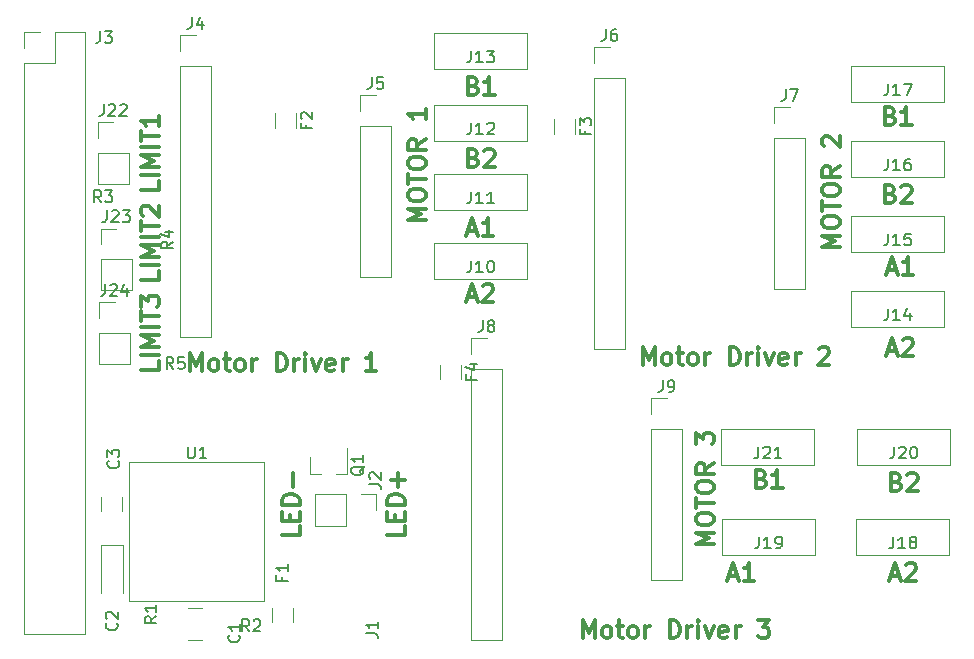
<source format=gbr>
%TF.GenerationSoftware,KiCad,Pcbnew,(5.1.6)-1*%
%TF.CreationDate,2021-04-06T11:23:56-04:00*%
%TF.ProjectId,Lithgow_DetailDesign,4c697468-676f-4775-9f44-657461696c44,2.1*%
%TF.SameCoordinates,Original*%
%TF.FileFunction,Legend,Top*%
%TF.FilePolarity,Positive*%
%FSLAX46Y46*%
G04 Gerber Fmt 4.6, Leading zero omitted, Abs format (unit mm)*
G04 Created by KiCad (PCBNEW (5.1.6)-1) date 2021-04-06 11:23:56*
%MOMM*%
%LPD*%
G01*
G04 APERTURE LIST*
%ADD10C,0.300000*%
%ADD11C,0.120000*%
%ADD12C,0.150000*%
G04 APERTURE END LIST*
D10*
X204160571Y-120900000D02*
X204874857Y-120900000D01*
X204017714Y-121328571D02*
X204517714Y-119828571D01*
X205017714Y-121328571D01*
X205446285Y-119971428D02*
X205517714Y-119900000D01*
X205660571Y-119828571D01*
X206017714Y-119828571D01*
X206160571Y-119900000D01*
X206232000Y-119971428D01*
X206303428Y-120114285D01*
X206303428Y-120257142D01*
X206232000Y-120471428D01*
X205374857Y-121328571D01*
X206303428Y-121328571D01*
X203906571Y-101850000D02*
X204620857Y-101850000D01*
X203763714Y-102278571D02*
X204263714Y-100778571D01*
X204763714Y-102278571D01*
X205192285Y-100921428D02*
X205263714Y-100850000D01*
X205406571Y-100778571D01*
X205763714Y-100778571D01*
X205906571Y-100850000D01*
X205978000Y-100921428D01*
X206049428Y-101064285D01*
X206049428Y-101207142D01*
X205978000Y-101421428D01*
X205120857Y-102278571D01*
X206049428Y-102278571D01*
X190444571Y-120900000D02*
X191158857Y-120900000D01*
X190301714Y-121328571D02*
X190801714Y-119828571D01*
X191301714Y-121328571D01*
X192587428Y-121328571D02*
X191730285Y-121328571D01*
X192158857Y-121328571D02*
X192158857Y-119828571D01*
X192016000Y-120042857D01*
X191873142Y-120185714D01*
X191730285Y-120257142D01*
X203906571Y-94992000D02*
X204620857Y-94992000D01*
X203763714Y-95420571D02*
X204263714Y-93920571D01*
X204763714Y-95420571D01*
X206049428Y-95420571D02*
X205192285Y-95420571D01*
X205620857Y-95420571D02*
X205620857Y-93920571D01*
X205478000Y-94134857D01*
X205335142Y-94277714D01*
X205192285Y-94349142D01*
X204624857Y-112922857D02*
X204839142Y-112994285D01*
X204910571Y-113065714D01*
X204982000Y-113208571D01*
X204982000Y-113422857D01*
X204910571Y-113565714D01*
X204839142Y-113637142D01*
X204696285Y-113708571D01*
X204124857Y-113708571D01*
X204124857Y-112208571D01*
X204624857Y-112208571D01*
X204767714Y-112280000D01*
X204839142Y-112351428D01*
X204910571Y-112494285D01*
X204910571Y-112637142D01*
X204839142Y-112780000D01*
X204767714Y-112851428D01*
X204624857Y-112922857D01*
X204124857Y-112922857D01*
X205553428Y-112351428D02*
X205624857Y-112280000D01*
X205767714Y-112208571D01*
X206124857Y-112208571D01*
X206267714Y-112280000D01*
X206339142Y-112351428D01*
X206410571Y-112494285D01*
X206410571Y-112637142D01*
X206339142Y-112851428D01*
X205482000Y-113708571D01*
X206410571Y-113708571D01*
X204116857Y-88538857D02*
X204331142Y-88610285D01*
X204402571Y-88681714D01*
X204474000Y-88824571D01*
X204474000Y-89038857D01*
X204402571Y-89181714D01*
X204331142Y-89253142D01*
X204188285Y-89324571D01*
X203616857Y-89324571D01*
X203616857Y-87824571D01*
X204116857Y-87824571D01*
X204259714Y-87896000D01*
X204331142Y-87967428D01*
X204402571Y-88110285D01*
X204402571Y-88253142D01*
X204331142Y-88396000D01*
X204259714Y-88467428D01*
X204116857Y-88538857D01*
X203616857Y-88538857D01*
X205045428Y-87967428D02*
X205116857Y-87896000D01*
X205259714Y-87824571D01*
X205616857Y-87824571D01*
X205759714Y-87896000D01*
X205831142Y-87967428D01*
X205902571Y-88110285D01*
X205902571Y-88253142D01*
X205831142Y-88467428D01*
X204974000Y-89324571D01*
X205902571Y-89324571D01*
X193194857Y-112668857D02*
X193409142Y-112740285D01*
X193480571Y-112811714D01*
X193552000Y-112954571D01*
X193552000Y-113168857D01*
X193480571Y-113311714D01*
X193409142Y-113383142D01*
X193266285Y-113454571D01*
X192694857Y-113454571D01*
X192694857Y-111954571D01*
X193194857Y-111954571D01*
X193337714Y-112026000D01*
X193409142Y-112097428D01*
X193480571Y-112240285D01*
X193480571Y-112383142D01*
X193409142Y-112526000D01*
X193337714Y-112597428D01*
X193194857Y-112668857D01*
X192694857Y-112668857D01*
X194980571Y-113454571D02*
X194123428Y-113454571D01*
X194552000Y-113454571D02*
X194552000Y-111954571D01*
X194409142Y-112168857D01*
X194266285Y-112311714D01*
X194123428Y-112383142D01*
X204116857Y-81934857D02*
X204331142Y-82006285D01*
X204402571Y-82077714D01*
X204474000Y-82220571D01*
X204474000Y-82434857D01*
X204402571Y-82577714D01*
X204331142Y-82649142D01*
X204188285Y-82720571D01*
X203616857Y-82720571D01*
X203616857Y-81220571D01*
X204116857Y-81220571D01*
X204259714Y-81292000D01*
X204331142Y-81363428D01*
X204402571Y-81506285D01*
X204402571Y-81649142D01*
X204331142Y-81792000D01*
X204259714Y-81863428D01*
X204116857Y-81934857D01*
X203616857Y-81934857D01*
X205902571Y-82720571D02*
X205045428Y-82720571D01*
X205474000Y-82720571D02*
X205474000Y-81220571D01*
X205331142Y-81434857D01*
X205188285Y-81577714D01*
X205045428Y-81649142D01*
X168346571Y-97278000D02*
X169060857Y-97278000D01*
X168203714Y-97706571D02*
X168703714Y-96206571D01*
X169203714Y-97706571D01*
X169632285Y-96349428D02*
X169703714Y-96278000D01*
X169846571Y-96206571D01*
X170203714Y-96206571D01*
X170346571Y-96278000D01*
X170418000Y-96349428D01*
X170489428Y-96492285D01*
X170489428Y-96635142D01*
X170418000Y-96849428D01*
X169560857Y-97706571D01*
X170489428Y-97706571D01*
X168346571Y-91690000D02*
X169060857Y-91690000D01*
X168203714Y-92118571D02*
X168703714Y-90618571D01*
X169203714Y-92118571D01*
X170489428Y-92118571D02*
X169632285Y-92118571D01*
X170060857Y-92118571D02*
X170060857Y-90618571D01*
X169918000Y-90832857D01*
X169775142Y-90975714D01*
X169632285Y-91047142D01*
X168810857Y-85490857D02*
X169025142Y-85562285D01*
X169096571Y-85633714D01*
X169168000Y-85776571D01*
X169168000Y-85990857D01*
X169096571Y-86133714D01*
X169025142Y-86205142D01*
X168882285Y-86276571D01*
X168310857Y-86276571D01*
X168310857Y-84776571D01*
X168810857Y-84776571D01*
X168953714Y-84848000D01*
X169025142Y-84919428D01*
X169096571Y-85062285D01*
X169096571Y-85205142D01*
X169025142Y-85348000D01*
X168953714Y-85419428D01*
X168810857Y-85490857D01*
X168310857Y-85490857D01*
X169739428Y-84919428D02*
X169810857Y-84848000D01*
X169953714Y-84776571D01*
X170310857Y-84776571D01*
X170453714Y-84848000D01*
X170525142Y-84919428D01*
X170596571Y-85062285D01*
X170596571Y-85205142D01*
X170525142Y-85419428D01*
X169668000Y-86276571D01*
X170596571Y-86276571D01*
X168810857Y-79394857D02*
X169025142Y-79466285D01*
X169096571Y-79537714D01*
X169168000Y-79680571D01*
X169168000Y-79894857D01*
X169096571Y-80037714D01*
X169025142Y-80109142D01*
X168882285Y-80180571D01*
X168310857Y-80180571D01*
X168310857Y-78680571D01*
X168810857Y-78680571D01*
X168953714Y-78752000D01*
X169025142Y-78823428D01*
X169096571Y-78966285D01*
X169096571Y-79109142D01*
X169025142Y-79252000D01*
X168953714Y-79323428D01*
X168810857Y-79394857D01*
X168310857Y-79394857D01*
X170596571Y-80180571D02*
X169739428Y-80180571D01*
X170168000Y-80180571D02*
X170168000Y-78680571D01*
X170025142Y-78894857D01*
X169882285Y-79037714D01*
X169739428Y-79109142D01*
X199814571Y-93070571D02*
X198314571Y-93070571D01*
X199386000Y-92570571D01*
X198314571Y-92070571D01*
X199814571Y-92070571D01*
X198314571Y-91070571D02*
X198314571Y-90784857D01*
X198386000Y-90642000D01*
X198528857Y-90499142D01*
X198814571Y-90427714D01*
X199314571Y-90427714D01*
X199600285Y-90499142D01*
X199743142Y-90642000D01*
X199814571Y-90784857D01*
X199814571Y-91070571D01*
X199743142Y-91213428D01*
X199600285Y-91356285D01*
X199314571Y-91427714D01*
X198814571Y-91427714D01*
X198528857Y-91356285D01*
X198386000Y-91213428D01*
X198314571Y-91070571D01*
X198314571Y-89999142D02*
X198314571Y-89142000D01*
X199814571Y-89570571D02*
X198314571Y-89570571D01*
X198314571Y-88356285D02*
X198314571Y-88070571D01*
X198386000Y-87927714D01*
X198528857Y-87784857D01*
X198814571Y-87713428D01*
X199314571Y-87713428D01*
X199600285Y-87784857D01*
X199743142Y-87927714D01*
X199814571Y-88070571D01*
X199814571Y-88356285D01*
X199743142Y-88499142D01*
X199600285Y-88642000D01*
X199314571Y-88713428D01*
X198814571Y-88713428D01*
X198528857Y-88642000D01*
X198386000Y-88499142D01*
X198314571Y-88356285D01*
X199814571Y-86213428D02*
X199100285Y-86713428D01*
X199814571Y-87070571D02*
X198314571Y-87070571D01*
X198314571Y-86499142D01*
X198386000Y-86356285D01*
X198457428Y-86284857D01*
X198600285Y-86213428D01*
X198814571Y-86213428D01*
X198957428Y-86284857D01*
X199028857Y-86356285D01*
X199100285Y-86499142D01*
X199100285Y-87070571D01*
X198457428Y-84499142D02*
X198386000Y-84427714D01*
X198314571Y-84284857D01*
X198314571Y-83927714D01*
X198386000Y-83784857D01*
X198457428Y-83713428D01*
X198600285Y-83642000D01*
X198743142Y-83642000D01*
X198957428Y-83713428D01*
X199814571Y-84570571D01*
X199814571Y-83642000D01*
X189146571Y-118216571D02*
X187646571Y-118216571D01*
X188718000Y-117716571D01*
X187646571Y-117216571D01*
X189146571Y-117216571D01*
X187646571Y-116216571D02*
X187646571Y-115930857D01*
X187718000Y-115788000D01*
X187860857Y-115645142D01*
X188146571Y-115573714D01*
X188646571Y-115573714D01*
X188932285Y-115645142D01*
X189075142Y-115788000D01*
X189146571Y-115930857D01*
X189146571Y-116216571D01*
X189075142Y-116359428D01*
X188932285Y-116502285D01*
X188646571Y-116573714D01*
X188146571Y-116573714D01*
X187860857Y-116502285D01*
X187718000Y-116359428D01*
X187646571Y-116216571D01*
X187646571Y-115145142D02*
X187646571Y-114288000D01*
X189146571Y-114716571D02*
X187646571Y-114716571D01*
X187646571Y-113502285D02*
X187646571Y-113216571D01*
X187718000Y-113073714D01*
X187860857Y-112930857D01*
X188146571Y-112859428D01*
X188646571Y-112859428D01*
X188932285Y-112930857D01*
X189075142Y-113073714D01*
X189146571Y-113216571D01*
X189146571Y-113502285D01*
X189075142Y-113645142D01*
X188932285Y-113788000D01*
X188646571Y-113859428D01*
X188146571Y-113859428D01*
X187860857Y-113788000D01*
X187718000Y-113645142D01*
X187646571Y-113502285D01*
X189146571Y-111359428D02*
X188432285Y-111859428D01*
X189146571Y-112216571D02*
X187646571Y-112216571D01*
X187646571Y-111645142D01*
X187718000Y-111502285D01*
X187789428Y-111430857D01*
X187932285Y-111359428D01*
X188146571Y-111359428D01*
X188289428Y-111430857D01*
X188360857Y-111502285D01*
X188432285Y-111645142D01*
X188432285Y-112216571D01*
X187646571Y-109716571D02*
X187646571Y-108788000D01*
X188218000Y-109288000D01*
X188218000Y-109073714D01*
X188289428Y-108930857D01*
X188360857Y-108859428D01*
X188503714Y-108788000D01*
X188860857Y-108788000D01*
X189003714Y-108859428D01*
X189075142Y-108930857D01*
X189146571Y-109073714D01*
X189146571Y-109502285D01*
X189075142Y-109645142D01*
X189003714Y-109716571D01*
X164762571Y-90784571D02*
X163262571Y-90784571D01*
X164334000Y-90284571D01*
X163262571Y-89784571D01*
X164762571Y-89784571D01*
X163262571Y-88784571D02*
X163262571Y-88498857D01*
X163334000Y-88356000D01*
X163476857Y-88213142D01*
X163762571Y-88141714D01*
X164262571Y-88141714D01*
X164548285Y-88213142D01*
X164691142Y-88356000D01*
X164762571Y-88498857D01*
X164762571Y-88784571D01*
X164691142Y-88927428D01*
X164548285Y-89070285D01*
X164262571Y-89141714D01*
X163762571Y-89141714D01*
X163476857Y-89070285D01*
X163334000Y-88927428D01*
X163262571Y-88784571D01*
X163262571Y-87713142D02*
X163262571Y-86856000D01*
X164762571Y-87284571D02*
X163262571Y-87284571D01*
X163262571Y-86070285D02*
X163262571Y-85784571D01*
X163334000Y-85641714D01*
X163476857Y-85498857D01*
X163762571Y-85427428D01*
X164262571Y-85427428D01*
X164548285Y-85498857D01*
X164691142Y-85641714D01*
X164762571Y-85784571D01*
X164762571Y-86070285D01*
X164691142Y-86213142D01*
X164548285Y-86356000D01*
X164262571Y-86427428D01*
X163762571Y-86427428D01*
X163476857Y-86356000D01*
X163334000Y-86213142D01*
X163262571Y-86070285D01*
X164762571Y-83927428D02*
X164048285Y-84427428D01*
X164762571Y-84784571D02*
X163262571Y-84784571D01*
X163262571Y-84213142D01*
X163334000Y-84070285D01*
X163405428Y-83998857D01*
X163548285Y-83927428D01*
X163762571Y-83927428D01*
X163905428Y-83998857D01*
X163976857Y-84070285D01*
X164048285Y-84213142D01*
X164048285Y-84784571D01*
X164762571Y-81356000D02*
X164762571Y-82213142D01*
X164762571Y-81784571D02*
X163262571Y-81784571D01*
X163476857Y-81927428D01*
X163619714Y-82070285D01*
X163691142Y-82213142D01*
X142156571Y-102722857D02*
X142156571Y-103437142D01*
X140656571Y-103437142D01*
X142156571Y-102222857D02*
X140656571Y-102222857D01*
X142156571Y-101508571D02*
X140656571Y-101508571D01*
X141728000Y-101008571D01*
X140656571Y-100508571D01*
X142156571Y-100508571D01*
X142156571Y-99794285D02*
X140656571Y-99794285D01*
X140656571Y-99294285D02*
X140656571Y-98437142D01*
X142156571Y-98865714D02*
X140656571Y-98865714D01*
X140656571Y-98080000D02*
X140656571Y-97151428D01*
X141228000Y-97651428D01*
X141228000Y-97437142D01*
X141299428Y-97294285D01*
X141370857Y-97222857D01*
X141513714Y-97151428D01*
X141870857Y-97151428D01*
X142013714Y-97222857D01*
X142085142Y-97294285D01*
X142156571Y-97437142D01*
X142156571Y-97865714D01*
X142085142Y-98008571D01*
X142013714Y-98080000D01*
X142156571Y-95102857D02*
X142156571Y-95817142D01*
X140656571Y-95817142D01*
X142156571Y-94602857D02*
X140656571Y-94602857D01*
X142156571Y-93888571D02*
X140656571Y-93888571D01*
X141728000Y-93388571D01*
X140656571Y-92888571D01*
X142156571Y-92888571D01*
X142156571Y-92174285D02*
X140656571Y-92174285D01*
X140656571Y-91674285D02*
X140656571Y-90817142D01*
X142156571Y-91245714D02*
X140656571Y-91245714D01*
X140799428Y-90388571D02*
X140728000Y-90317142D01*
X140656571Y-90174285D01*
X140656571Y-89817142D01*
X140728000Y-89674285D01*
X140799428Y-89602857D01*
X140942285Y-89531428D01*
X141085142Y-89531428D01*
X141299428Y-89602857D01*
X142156571Y-90460000D01*
X142156571Y-89531428D01*
X142156571Y-87482857D02*
X142156571Y-88197142D01*
X140656571Y-88197142D01*
X142156571Y-86982857D02*
X140656571Y-86982857D01*
X142156571Y-86268571D02*
X140656571Y-86268571D01*
X141728000Y-85768571D01*
X140656571Y-85268571D01*
X142156571Y-85268571D01*
X142156571Y-84554285D02*
X140656571Y-84554285D01*
X140656571Y-84054285D02*
X140656571Y-83197142D01*
X142156571Y-83625714D02*
X140656571Y-83625714D01*
X142156571Y-81911428D02*
X142156571Y-82768571D01*
X142156571Y-82340000D02*
X140656571Y-82340000D01*
X140870857Y-82482857D01*
X141013714Y-82625714D01*
X141085142Y-82768571D01*
X162984571Y-116700857D02*
X162984571Y-117415142D01*
X161484571Y-117415142D01*
X162198857Y-116200857D02*
X162198857Y-115700857D01*
X162984571Y-115486571D02*
X162984571Y-116200857D01*
X161484571Y-116200857D01*
X161484571Y-115486571D01*
X162984571Y-114843714D02*
X161484571Y-114843714D01*
X161484571Y-114486571D01*
X161556000Y-114272285D01*
X161698857Y-114129428D01*
X161841714Y-114058000D01*
X162127428Y-113986571D01*
X162341714Y-113986571D01*
X162627428Y-114058000D01*
X162770285Y-114129428D01*
X162913142Y-114272285D01*
X162984571Y-114486571D01*
X162984571Y-114843714D01*
X162413142Y-113343714D02*
X162413142Y-112200857D01*
X162984571Y-112772285D02*
X161841714Y-112772285D01*
X154094571Y-116700857D02*
X154094571Y-117415142D01*
X152594571Y-117415142D01*
X153308857Y-116200857D02*
X153308857Y-115700857D01*
X154094571Y-115486571D02*
X154094571Y-116200857D01*
X152594571Y-116200857D01*
X152594571Y-115486571D01*
X154094571Y-114843714D02*
X152594571Y-114843714D01*
X152594571Y-114486571D01*
X152666000Y-114272285D01*
X152808857Y-114129428D01*
X152951714Y-114058000D01*
X153237428Y-113986571D01*
X153451714Y-113986571D01*
X153737428Y-114058000D01*
X153880285Y-114129428D01*
X154023142Y-114272285D01*
X154094571Y-114486571D01*
X154094571Y-114843714D01*
X153523142Y-113343714D02*
X153523142Y-112200857D01*
X183150857Y-103040571D02*
X183150857Y-101540571D01*
X183650857Y-102612000D01*
X184150857Y-101540571D01*
X184150857Y-103040571D01*
X185079428Y-103040571D02*
X184936571Y-102969142D01*
X184865142Y-102897714D01*
X184793714Y-102754857D01*
X184793714Y-102326285D01*
X184865142Y-102183428D01*
X184936571Y-102112000D01*
X185079428Y-102040571D01*
X185293714Y-102040571D01*
X185436571Y-102112000D01*
X185508000Y-102183428D01*
X185579428Y-102326285D01*
X185579428Y-102754857D01*
X185508000Y-102897714D01*
X185436571Y-102969142D01*
X185293714Y-103040571D01*
X185079428Y-103040571D01*
X186008000Y-102040571D02*
X186579428Y-102040571D01*
X186222285Y-101540571D02*
X186222285Y-102826285D01*
X186293714Y-102969142D01*
X186436571Y-103040571D01*
X186579428Y-103040571D01*
X187293714Y-103040571D02*
X187150857Y-102969142D01*
X187079428Y-102897714D01*
X187008000Y-102754857D01*
X187008000Y-102326285D01*
X187079428Y-102183428D01*
X187150857Y-102112000D01*
X187293714Y-102040571D01*
X187508000Y-102040571D01*
X187650857Y-102112000D01*
X187722285Y-102183428D01*
X187793714Y-102326285D01*
X187793714Y-102754857D01*
X187722285Y-102897714D01*
X187650857Y-102969142D01*
X187508000Y-103040571D01*
X187293714Y-103040571D01*
X188436571Y-103040571D02*
X188436571Y-102040571D01*
X188436571Y-102326285D02*
X188508000Y-102183428D01*
X188579428Y-102112000D01*
X188722285Y-102040571D01*
X188865142Y-102040571D01*
X190508000Y-103040571D02*
X190508000Y-101540571D01*
X190865142Y-101540571D01*
X191079428Y-101612000D01*
X191222285Y-101754857D01*
X191293714Y-101897714D01*
X191365142Y-102183428D01*
X191365142Y-102397714D01*
X191293714Y-102683428D01*
X191222285Y-102826285D01*
X191079428Y-102969142D01*
X190865142Y-103040571D01*
X190508000Y-103040571D01*
X192008000Y-103040571D02*
X192008000Y-102040571D01*
X192008000Y-102326285D02*
X192079428Y-102183428D01*
X192150857Y-102112000D01*
X192293714Y-102040571D01*
X192436571Y-102040571D01*
X192936571Y-103040571D02*
X192936571Y-102040571D01*
X192936571Y-101540571D02*
X192865142Y-101612000D01*
X192936571Y-101683428D01*
X193008000Y-101612000D01*
X192936571Y-101540571D01*
X192936571Y-101683428D01*
X193508000Y-102040571D02*
X193865142Y-103040571D01*
X194222285Y-102040571D01*
X195365142Y-102969142D02*
X195222285Y-103040571D01*
X194936571Y-103040571D01*
X194793714Y-102969142D01*
X194722285Y-102826285D01*
X194722285Y-102254857D01*
X194793714Y-102112000D01*
X194936571Y-102040571D01*
X195222285Y-102040571D01*
X195365142Y-102112000D01*
X195436571Y-102254857D01*
X195436571Y-102397714D01*
X194722285Y-102540571D01*
X196079428Y-103040571D02*
X196079428Y-102040571D01*
X196079428Y-102326285D02*
X196150857Y-102183428D01*
X196222285Y-102112000D01*
X196365142Y-102040571D01*
X196508000Y-102040571D01*
X198079428Y-101683428D02*
X198150857Y-101612000D01*
X198293714Y-101540571D01*
X198650857Y-101540571D01*
X198793714Y-101612000D01*
X198865142Y-101683428D01*
X198936571Y-101826285D01*
X198936571Y-101969142D01*
X198865142Y-102183428D01*
X198008000Y-103040571D01*
X198936571Y-103040571D01*
X178070857Y-126154571D02*
X178070857Y-124654571D01*
X178570857Y-125726000D01*
X179070857Y-124654571D01*
X179070857Y-126154571D01*
X179999428Y-126154571D02*
X179856571Y-126083142D01*
X179785142Y-126011714D01*
X179713714Y-125868857D01*
X179713714Y-125440285D01*
X179785142Y-125297428D01*
X179856571Y-125226000D01*
X179999428Y-125154571D01*
X180213714Y-125154571D01*
X180356571Y-125226000D01*
X180428000Y-125297428D01*
X180499428Y-125440285D01*
X180499428Y-125868857D01*
X180428000Y-126011714D01*
X180356571Y-126083142D01*
X180213714Y-126154571D01*
X179999428Y-126154571D01*
X180928000Y-125154571D02*
X181499428Y-125154571D01*
X181142285Y-124654571D02*
X181142285Y-125940285D01*
X181213714Y-126083142D01*
X181356571Y-126154571D01*
X181499428Y-126154571D01*
X182213714Y-126154571D02*
X182070857Y-126083142D01*
X181999428Y-126011714D01*
X181928000Y-125868857D01*
X181928000Y-125440285D01*
X181999428Y-125297428D01*
X182070857Y-125226000D01*
X182213714Y-125154571D01*
X182428000Y-125154571D01*
X182570857Y-125226000D01*
X182642285Y-125297428D01*
X182713714Y-125440285D01*
X182713714Y-125868857D01*
X182642285Y-126011714D01*
X182570857Y-126083142D01*
X182428000Y-126154571D01*
X182213714Y-126154571D01*
X183356571Y-126154571D02*
X183356571Y-125154571D01*
X183356571Y-125440285D02*
X183428000Y-125297428D01*
X183499428Y-125226000D01*
X183642285Y-125154571D01*
X183785142Y-125154571D01*
X185428000Y-126154571D02*
X185428000Y-124654571D01*
X185785142Y-124654571D01*
X185999428Y-124726000D01*
X186142285Y-124868857D01*
X186213714Y-125011714D01*
X186285142Y-125297428D01*
X186285142Y-125511714D01*
X186213714Y-125797428D01*
X186142285Y-125940285D01*
X185999428Y-126083142D01*
X185785142Y-126154571D01*
X185428000Y-126154571D01*
X186928000Y-126154571D02*
X186928000Y-125154571D01*
X186928000Y-125440285D02*
X186999428Y-125297428D01*
X187070857Y-125226000D01*
X187213714Y-125154571D01*
X187356571Y-125154571D01*
X187856571Y-126154571D02*
X187856571Y-125154571D01*
X187856571Y-124654571D02*
X187785142Y-124726000D01*
X187856571Y-124797428D01*
X187928000Y-124726000D01*
X187856571Y-124654571D01*
X187856571Y-124797428D01*
X188428000Y-125154571D02*
X188785142Y-126154571D01*
X189142285Y-125154571D01*
X190285142Y-126083142D02*
X190142285Y-126154571D01*
X189856571Y-126154571D01*
X189713714Y-126083142D01*
X189642285Y-125940285D01*
X189642285Y-125368857D01*
X189713714Y-125226000D01*
X189856571Y-125154571D01*
X190142285Y-125154571D01*
X190285142Y-125226000D01*
X190356571Y-125368857D01*
X190356571Y-125511714D01*
X189642285Y-125654571D01*
X190999428Y-126154571D02*
X190999428Y-125154571D01*
X190999428Y-125440285D02*
X191070857Y-125297428D01*
X191142285Y-125226000D01*
X191285142Y-125154571D01*
X191428000Y-125154571D01*
X192928000Y-124654571D02*
X193856571Y-124654571D01*
X193356571Y-125226000D01*
X193570857Y-125226000D01*
X193713714Y-125297428D01*
X193785142Y-125368857D01*
X193856571Y-125511714D01*
X193856571Y-125868857D01*
X193785142Y-126011714D01*
X193713714Y-126083142D01*
X193570857Y-126154571D01*
X193142285Y-126154571D01*
X192999428Y-126083142D01*
X192928000Y-126011714D01*
X144796857Y-103548571D02*
X144796857Y-102048571D01*
X145296857Y-103120000D01*
X145796857Y-102048571D01*
X145796857Y-103548571D01*
X146725428Y-103548571D02*
X146582571Y-103477142D01*
X146511142Y-103405714D01*
X146439714Y-103262857D01*
X146439714Y-102834285D01*
X146511142Y-102691428D01*
X146582571Y-102620000D01*
X146725428Y-102548571D01*
X146939714Y-102548571D01*
X147082571Y-102620000D01*
X147154000Y-102691428D01*
X147225428Y-102834285D01*
X147225428Y-103262857D01*
X147154000Y-103405714D01*
X147082571Y-103477142D01*
X146939714Y-103548571D01*
X146725428Y-103548571D01*
X147654000Y-102548571D02*
X148225428Y-102548571D01*
X147868285Y-102048571D02*
X147868285Y-103334285D01*
X147939714Y-103477142D01*
X148082571Y-103548571D01*
X148225428Y-103548571D01*
X148939714Y-103548571D02*
X148796857Y-103477142D01*
X148725428Y-103405714D01*
X148654000Y-103262857D01*
X148654000Y-102834285D01*
X148725428Y-102691428D01*
X148796857Y-102620000D01*
X148939714Y-102548571D01*
X149154000Y-102548571D01*
X149296857Y-102620000D01*
X149368285Y-102691428D01*
X149439714Y-102834285D01*
X149439714Y-103262857D01*
X149368285Y-103405714D01*
X149296857Y-103477142D01*
X149154000Y-103548571D01*
X148939714Y-103548571D01*
X150082571Y-103548571D02*
X150082571Y-102548571D01*
X150082571Y-102834285D02*
X150154000Y-102691428D01*
X150225428Y-102620000D01*
X150368285Y-102548571D01*
X150511142Y-102548571D01*
X152154000Y-103548571D02*
X152154000Y-102048571D01*
X152511142Y-102048571D01*
X152725428Y-102120000D01*
X152868285Y-102262857D01*
X152939714Y-102405714D01*
X153011142Y-102691428D01*
X153011142Y-102905714D01*
X152939714Y-103191428D01*
X152868285Y-103334285D01*
X152725428Y-103477142D01*
X152511142Y-103548571D01*
X152154000Y-103548571D01*
X153654000Y-103548571D02*
X153654000Y-102548571D01*
X153654000Y-102834285D02*
X153725428Y-102691428D01*
X153796857Y-102620000D01*
X153939714Y-102548571D01*
X154082571Y-102548571D01*
X154582571Y-103548571D02*
X154582571Y-102548571D01*
X154582571Y-102048571D02*
X154511142Y-102120000D01*
X154582571Y-102191428D01*
X154654000Y-102120000D01*
X154582571Y-102048571D01*
X154582571Y-102191428D01*
X155154000Y-102548571D02*
X155511142Y-103548571D01*
X155868285Y-102548571D01*
X157011142Y-103477142D02*
X156868285Y-103548571D01*
X156582571Y-103548571D01*
X156439714Y-103477142D01*
X156368285Y-103334285D01*
X156368285Y-102762857D01*
X156439714Y-102620000D01*
X156582571Y-102548571D01*
X156868285Y-102548571D01*
X157011142Y-102620000D01*
X157082571Y-102762857D01*
X157082571Y-102905714D01*
X156368285Y-103048571D01*
X157725428Y-103548571D02*
X157725428Y-102548571D01*
X157725428Y-102834285D02*
X157796857Y-102691428D01*
X157868285Y-102620000D01*
X158011142Y-102548571D01*
X158154000Y-102548571D01*
X160582571Y-103548571D02*
X159725428Y-103548571D01*
X160154000Y-103548571D02*
X160154000Y-102048571D01*
X160011142Y-102262857D01*
X159868285Y-102405714D01*
X159725428Y-102477142D01*
D11*
%TO.C,J6*%
X179010000Y-76140000D02*
X180340000Y-76140000D01*
X179010000Y-77470000D02*
X179010000Y-76140000D01*
X179010000Y-78740000D02*
X181670000Y-78740000D01*
X181670000Y-78740000D02*
X181670000Y-101660000D01*
X179010000Y-78740000D02*
X179010000Y-101660000D01*
X179010000Y-101660000D02*
X181670000Y-101660000D01*
%TO.C,C2*%
X137241000Y-118235500D02*
X137241000Y-122320500D01*
X139111000Y-118235500D02*
X137241000Y-118235500D01*
X139111000Y-122320500D02*
X139111000Y-118235500D01*
%TO.C,F3*%
X175620000Y-82238436D02*
X175620000Y-83442564D01*
X177440000Y-82238436D02*
X177440000Y-83442564D01*
%TO.C,C1*%
X144649436Y-123608000D02*
X145853564Y-123608000D01*
X144649436Y-126328000D02*
X145853564Y-126328000D01*
%TO.C,C3*%
X139086000Y-115373564D02*
X139086000Y-114169436D01*
X137266000Y-115373564D02*
X137266000Y-114169436D01*
%TO.C,F1*%
X151744000Y-124771564D02*
X151744000Y-123567436D01*
X153564000Y-124771564D02*
X153564000Y-123567436D01*
%TO.C,F2*%
X153818000Y-81730436D02*
X153818000Y-82934564D01*
X151998000Y-81730436D02*
X151998000Y-82934564D01*
%TO.C,F4*%
X167788000Y-102993436D02*
X167788000Y-104197564D01*
X165968000Y-102993436D02*
X165968000Y-104197564D01*
%TO.C,J2*%
X160588000Y-113986000D02*
X160588000Y-115316000D01*
X159258000Y-113986000D02*
X160588000Y-113986000D01*
X157988000Y-113986000D02*
X157988000Y-116646000D01*
X157988000Y-116646000D02*
X155388000Y-116646000D01*
X157988000Y-113986000D02*
X155388000Y-113986000D01*
X155388000Y-113986000D02*
X155388000Y-116646000D01*
%TO.C,J3*%
X130750000Y-125790000D02*
X135950000Y-125790000D01*
X130750000Y-77470000D02*
X130750000Y-125790000D01*
X135950000Y-74870000D02*
X135950000Y-125790000D01*
X130750000Y-77470000D02*
X133350000Y-77470000D01*
X133350000Y-77470000D02*
X133350000Y-74870000D01*
X133350000Y-74870000D02*
X135950000Y-74870000D01*
X130750000Y-76200000D02*
X130750000Y-74870000D01*
X130750000Y-74870000D02*
X132080000Y-74870000D01*
%TO.C,J4*%
X143958000Y-100644000D02*
X146618000Y-100644000D01*
X143958000Y-77724000D02*
X143958000Y-100644000D01*
X146618000Y-77724000D02*
X146618000Y-100644000D01*
X143958000Y-77724000D02*
X146618000Y-77724000D01*
X143958000Y-76454000D02*
X143958000Y-75124000D01*
X143958000Y-75124000D02*
X145288000Y-75124000D01*
%TO.C,J5*%
X159198000Y-80204000D02*
X160528000Y-80204000D01*
X159198000Y-81534000D02*
X159198000Y-80204000D01*
X159198000Y-82804000D02*
X161858000Y-82804000D01*
X161858000Y-82804000D02*
X161858000Y-95564000D01*
X159198000Y-82804000D02*
X159198000Y-95564000D01*
X159198000Y-95564000D02*
X161858000Y-95564000D01*
%TO.C,J7*%
X194250000Y-96580000D02*
X196910000Y-96580000D01*
X194250000Y-83820000D02*
X194250000Y-96580000D01*
X196910000Y-83820000D02*
X196910000Y-96580000D01*
X194250000Y-83820000D02*
X196910000Y-83820000D01*
X194250000Y-82550000D02*
X194250000Y-81220000D01*
X194250000Y-81220000D02*
X195580000Y-81220000D01*
%TO.C,J8*%
X168596000Y-126298000D02*
X171256000Y-126298000D01*
X168596000Y-103378000D02*
X168596000Y-126298000D01*
X171256000Y-103378000D02*
X171256000Y-126298000D01*
X168596000Y-103378000D02*
X171256000Y-103378000D01*
X168596000Y-102108000D02*
X168596000Y-100778000D01*
X168596000Y-100778000D02*
X169926000Y-100778000D01*
%TO.C,J9*%
X183836000Y-105858000D02*
X185166000Y-105858000D01*
X183836000Y-107188000D02*
X183836000Y-105858000D01*
X183836000Y-108458000D02*
X186496000Y-108458000D01*
X186496000Y-108458000D02*
X186496000Y-121218000D01*
X183836000Y-108458000D02*
X183836000Y-121218000D01*
X183836000Y-121218000D02*
X186496000Y-121218000D01*
%TO.C,J10*%
X165481000Y-92710000D02*
X165481000Y-95758000D01*
X173355000Y-92710000D02*
X173355000Y-95758000D01*
X165481000Y-95758000D02*
X173355000Y-95758000D01*
X173355000Y-92710000D02*
X165481000Y-92710000D01*
%TO.C,J11*%
X173355000Y-86868000D02*
X165481000Y-86868000D01*
X165481000Y-89916000D02*
X173355000Y-89916000D01*
X173355000Y-86868000D02*
X173355000Y-89916000D01*
X165481000Y-86868000D02*
X165481000Y-89916000D01*
%TO.C,J12*%
X173355000Y-81026000D02*
X165481000Y-81026000D01*
X165481000Y-84074000D02*
X173355000Y-84074000D01*
X173355000Y-81026000D02*
X173355000Y-84074000D01*
X165481000Y-81026000D02*
X165481000Y-84074000D01*
%TO.C,J13*%
X165481000Y-74930000D02*
X165481000Y-77978000D01*
X173355000Y-74930000D02*
X173355000Y-77978000D01*
X165481000Y-77978000D02*
X173355000Y-77978000D01*
X173355000Y-74930000D02*
X165481000Y-74930000D01*
%TO.C,J14*%
X200787000Y-96774000D02*
X200787000Y-99822000D01*
X208661000Y-96774000D02*
X208661000Y-99822000D01*
X200787000Y-99822000D02*
X208661000Y-99822000D01*
X208661000Y-96774000D02*
X200787000Y-96774000D01*
%TO.C,J15*%
X208661000Y-90424000D02*
X200787000Y-90424000D01*
X200787000Y-93472000D02*
X208661000Y-93472000D01*
X208661000Y-90424000D02*
X208661000Y-93472000D01*
X200787000Y-90424000D02*
X200787000Y-93472000D01*
%TO.C,J16*%
X200787000Y-84074000D02*
X200787000Y-87122000D01*
X208661000Y-84074000D02*
X208661000Y-87122000D01*
X200787000Y-87122000D02*
X208661000Y-87122000D01*
X208661000Y-84074000D02*
X200787000Y-84074000D01*
%TO.C,J17*%
X208661000Y-77724000D02*
X200787000Y-77724000D01*
X200787000Y-80772000D02*
X208661000Y-80772000D01*
X208661000Y-77724000D02*
X208661000Y-80772000D01*
X200787000Y-77724000D02*
X200787000Y-80772000D01*
%TO.C,J18*%
X201231000Y-116078000D02*
X201231000Y-119126000D01*
X209105000Y-116078000D02*
X209105000Y-119126000D01*
X201231000Y-119126000D02*
X209105000Y-119126000D01*
X209105000Y-116078000D02*
X201231000Y-116078000D01*
%TO.C,J19*%
X197739000Y-116078000D02*
X189865000Y-116078000D01*
X189865000Y-119126000D02*
X197739000Y-119126000D01*
X197739000Y-116078000D02*
X197739000Y-119126000D01*
X189865000Y-116078000D02*
X189865000Y-119126000D01*
%TO.C,J20*%
X201295000Y-108458000D02*
X201295000Y-111506000D01*
X209169000Y-108458000D02*
X209169000Y-111506000D01*
X201295000Y-111506000D02*
X209169000Y-111506000D01*
X209169000Y-108458000D02*
X201295000Y-108458000D01*
%TO.C,J21*%
X197675000Y-108458000D02*
X189801000Y-108458000D01*
X189801000Y-111506000D02*
X197675000Y-111506000D01*
X197675000Y-108458000D02*
X197675000Y-111506000D01*
X189801000Y-108458000D02*
X189801000Y-111506000D01*
%TO.C,J22*%
X136981001Y-87690000D02*
X139641001Y-87690000D01*
X136981001Y-85090000D02*
X136981001Y-87690000D01*
X139641001Y-85090000D02*
X139641001Y-87690000D01*
X136981001Y-85090000D02*
X139641001Y-85090000D01*
X136981001Y-83820000D02*
X136981001Y-82490000D01*
X136981001Y-82490000D02*
X138311001Y-82490000D01*
%TO.C,J23*%
X137252400Y-96681600D02*
X139912400Y-96681600D01*
X137252400Y-94081600D02*
X137252400Y-96681600D01*
X139912400Y-94081600D02*
X139912400Y-96681600D01*
X137252400Y-94081600D02*
X139912400Y-94081600D01*
X137252400Y-92811600D02*
X137252400Y-91481600D01*
X137252400Y-91481600D02*
X138582400Y-91481600D01*
%TO.C,J24*%
X137100000Y-97730000D02*
X138430000Y-97730000D01*
X137100000Y-99060000D02*
X137100000Y-97730000D01*
X137100000Y-100330000D02*
X139760000Y-100330000D01*
X139760000Y-100330000D02*
X139760000Y-102930000D01*
X137100000Y-100330000D02*
X137100000Y-102930000D01*
X137100000Y-102930000D02*
X139760000Y-102930000D01*
%TO.C,Q1*%
X154950000Y-112250000D02*
X154950000Y-110790000D01*
X158110000Y-112250000D02*
X158110000Y-110090000D01*
X158110000Y-112250000D02*
X157180000Y-112250000D01*
X154950000Y-112250000D02*
X155880000Y-112250000D01*
%TO.C,U1*%
X139674600Y-111201200D02*
X151104600Y-111201200D01*
X151104600Y-111201200D02*
X151104600Y-122986800D01*
X151104600Y-122986800D02*
X139674600Y-122986800D01*
X139674600Y-111201200D02*
X139674600Y-122986800D01*
%TO.C,R5*%
D12*
X143409333Y-103356380D02*
X143076000Y-102880190D01*
X142837904Y-103356380D02*
X142837904Y-102356380D01*
X143218857Y-102356380D01*
X143314095Y-102404000D01*
X143361714Y-102451619D01*
X143409333Y-102546857D01*
X143409333Y-102689714D01*
X143361714Y-102784952D01*
X143314095Y-102832571D01*
X143218857Y-102880190D01*
X142837904Y-102880190D01*
X144314095Y-102356380D02*
X143837904Y-102356380D01*
X143790285Y-102832571D01*
X143837904Y-102784952D01*
X143933142Y-102737333D01*
X144171238Y-102737333D01*
X144266476Y-102784952D01*
X144314095Y-102832571D01*
X144361714Y-102927809D01*
X144361714Y-103165904D01*
X144314095Y-103261142D01*
X144266476Y-103308761D01*
X144171238Y-103356380D01*
X143933142Y-103356380D01*
X143837904Y-103308761D01*
X143790285Y-103261142D01*
%TO.C,R4*%
X143352780Y-92592266D02*
X142876590Y-92925600D01*
X143352780Y-93163695D02*
X142352780Y-93163695D01*
X142352780Y-92782742D01*
X142400400Y-92687504D01*
X142448019Y-92639885D01*
X142543257Y-92592266D01*
X142686114Y-92592266D01*
X142781352Y-92639885D01*
X142828971Y-92687504D01*
X142876590Y-92782742D01*
X142876590Y-93163695D01*
X142686114Y-91735123D02*
X143352780Y-91735123D01*
X142305161Y-91973219D02*
X143019447Y-92211314D01*
X143019447Y-91592266D01*
%TO.C,R3*%
X137298133Y-89250780D02*
X136964800Y-88774590D01*
X136726704Y-89250780D02*
X136726704Y-88250780D01*
X137107657Y-88250780D01*
X137202895Y-88298400D01*
X137250514Y-88346019D01*
X137298133Y-88441257D01*
X137298133Y-88584114D01*
X137250514Y-88679352D01*
X137202895Y-88726971D01*
X137107657Y-88774590D01*
X136726704Y-88774590D01*
X137631466Y-88250780D02*
X138250514Y-88250780D01*
X137917180Y-88631733D01*
X138060038Y-88631733D01*
X138155276Y-88679352D01*
X138202895Y-88726971D01*
X138250514Y-88822209D01*
X138250514Y-89060304D01*
X138202895Y-89155542D01*
X138155276Y-89203161D01*
X138060038Y-89250780D01*
X137774323Y-89250780D01*
X137679085Y-89203161D01*
X137631466Y-89155542D01*
%TO.C,J6*%
X180006666Y-74592380D02*
X180006666Y-75306666D01*
X179959047Y-75449523D01*
X179863809Y-75544761D01*
X179720952Y-75592380D01*
X179625714Y-75592380D01*
X180911428Y-74592380D02*
X180720952Y-74592380D01*
X180625714Y-74640000D01*
X180578095Y-74687619D01*
X180482857Y-74830476D01*
X180435238Y-75020952D01*
X180435238Y-75401904D01*
X180482857Y-75497142D01*
X180530476Y-75544761D01*
X180625714Y-75592380D01*
X180816190Y-75592380D01*
X180911428Y-75544761D01*
X180959047Y-75497142D01*
X181006666Y-75401904D01*
X181006666Y-75163809D01*
X180959047Y-75068571D01*
X180911428Y-75020952D01*
X180816190Y-74973333D01*
X180625714Y-74973333D01*
X180530476Y-75020952D01*
X180482857Y-75068571D01*
X180435238Y-75163809D01*
%TO.C,C2*%
X138598142Y-124880666D02*
X138645761Y-124928285D01*
X138693380Y-125071142D01*
X138693380Y-125166380D01*
X138645761Y-125309238D01*
X138550523Y-125404476D01*
X138455285Y-125452095D01*
X138264809Y-125499714D01*
X138121952Y-125499714D01*
X137931476Y-125452095D01*
X137836238Y-125404476D01*
X137741000Y-125309238D01*
X137693380Y-125166380D01*
X137693380Y-125071142D01*
X137741000Y-124928285D01*
X137788619Y-124880666D01*
X137788619Y-124499714D02*
X137741000Y-124452095D01*
X137693380Y-124356857D01*
X137693380Y-124118761D01*
X137741000Y-124023523D01*
X137788619Y-123975904D01*
X137883857Y-123928285D01*
X137979095Y-123928285D01*
X138121952Y-123975904D01*
X138693380Y-124547333D01*
X138693380Y-123928285D01*
%TO.C,J1*%
X159718380Y-125757333D02*
X160432666Y-125757333D01*
X160575523Y-125804952D01*
X160670761Y-125900190D01*
X160718380Y-126043047D01*
X160718380Y-126138285D01*
X160718380Y-124757333D02*
X160718380Y-125328761D01*
X160718380Y-125043047D02*
X159718380Y-125043047D01*
X159861238Y-125138285D01*
X159956476Y-125233523D01*
X160004095Y-125328761D01*
%TO.C,F3*%
X178278571Y-83173833D02*
X178278571Y-83507166D01*
X178802380Y-83507166D02*
X177802380Y-83507166D01*
X177802380Y-83030976D01*
X177802380Y-82745261D02*
X177802380Y-82126214D01*
X178183333Y-82459547D01*
X178183333Y-82316690D01*
X178230952Y-82221452D01*
X178278571Y-82173833D01*
X178373809Y-82126214D01*
X178611904Y-82126214D01*
X178707142Y-82173833D01*
X178754761Y-82221452D01*
X178802380Y-82316690D01*
X178802380Y-82602404D01*
X178754761Y-82697642D01*
X178707142Y-82745261D01*
%TO.C,C1*%
X148947142Y-125896666D02*
X148994761Y-125944285D01*
X149042380Y-126087142D01*
X149042380Y-126182380D01*
X148994761Y-126325238D01*
X148899523Y-126420476D01*
X148804285Y-126468095D01*
X148613809Y-126515714D01*
X148470952Y-126515714D01*
X148280476Y-126468095D01*
X148185238Y-126420476D01*
X148090000Y-126325238D01*
X148042380Y-126182380D01*
X148042380Y-126087142D01*
X148090000Y-125944285D01*
X148137619Y-125896666D01*
X149042380Y-124944285D02*
X149042380Y-125515714D01*
X149042380Y-125230000D02*
X148042380Y-125230000D01*
X148185238Y-125325238D01*
X148280476Y-125420476D01*
X148328095Y-125515714D01*
%TO.C,C3*%
X138722142Y-111148666D02*
X138769761Y-111196285D01*
X138817380Y-111339142D01*
X138817380Y-111434380D01*
X138769761Y-111577238D01*
X138674523Y-111672476D01*
X138579285Y-111720095D01*
X138388809Y-111767714D01*
X138245952Y-111767714D01*
X138055476Y-111720095D01*
X137960238Y-111672476D01*
X137865000Y-111577238D01*
X137817380Y-111434380D01*
X137817380Y-111339142D01*
X137865000Y-111196285D01*
X137912619Y-111148666D01*
X137817380Y-110815333D02*
X137817380Y-110196285D01*
X138198333Y-110529619D01*
X138198333Y-110386761D01*
X138245952Y-110291523D01*
X138293571Y-110243904D01*
X138388809Y-110196285D01*
X138626904Y-110196285D01*
X138722142Y-110243904D01*
X138769761Y-110291523D01*
X138817380Y-110386761D01*
X138817380Y-110672476D01*
X138769761Y-110767714D01*
X138722142Y-110815333D01*
%TO.C,F1*%
X152582571Y-120946833D02*
X152582571Y-121280166D01*
X153106380Y-121280166D02*
X152106380Y-121280166D01*
X152106380Y-120803976D01*
X153106380Y-119899214D02*
X153106380Y-120470642D01*
X153106380Y-120184928D02*
X152106380Y-120184928D01*
X152249238Y-120280166D01*
X152344476Y-120375404D01*
X152392095Y-120470642D01*
%TO.C,F2*%
X154656571Y-82665833D02*
X154656571Y-82999166D01*
X155180380Y-82999166D02*
X154180380Y-82999166D01*
X154180380Y-82522976D01*
X154275619Y-82189642D02*
X154228000Y-82142023D01*
X154180380Y-82046785D01*
X154180380Y-81808690D01*
X154228000Y-81713452D01*
X154275619Y-81665833D01*
X154370857Y-81618214D01*
X154466095Y-81618214D01*
X154608952Y-81665833D01*
X155180380Y-82237261D01*
X155180380Y-81618214D01*
%TO.C,F4*%
X168626571Y-103928833D02*
X168626571Y-104262166D01*
X169150380Y-104262166D02*
X168150380Y-104262166D01*
X168150380Y-103785976D01*
X168483714Y-102976452D02*
X169150380Y-102976452D01*
X168102761Y-103214547D02*
X168817047Y-103452642D01*
X168817047Y-102833595D01*
%TO.C,J2*%
X159980380Y-113109333D02*
X160694666Y-113109333D01*
X160837523Y-113156952D01*
X160932761Y-113252190D01*
X160980380Y-113395047D01*
X160980380Y-113490285D01*
X160075619Y-112680761D02*
X160028000Y-112633142D01*
X159980380Y-112537904D01*
X159980380Y-112299809D01*
X160028000Y-112204571D01*
X160075619Y-112156952D01*
X160170857Y-112109333D01*
X160266095Y-112109333D01*
X160408952Y-112156952D01*
X160980380Y-112728380D01*
X160980380Y-112109333D01*
%TO.C,J3*%
X137207666Y-74763380D02*
X137207666Y-75477666D01*
X137160047Y-75620523D01*
X137064809Y-75715761D01*
X136921952Y-75763380D01*
X136826714Y-75763380D01*
X137588619Y-74763380D02*
X138207666Y-74763380D01*
X137874333Y-75144333D01*
X138017190Y-75144333D01*
X138112428Y-75191952D01*
X138160047Y-75239571D01*
X138207666Y-75334809D01*
X138207666Y-75572904D01*
X138160047Y-75668142D01*
X138112428Y-75715761D01*
X138017190Y-75763380D01*
X137731476Y-75763380D01*
X137636238Y-75715761D01*
X137588619Y-75668142D01*
%TO.C,J4*%
X144954666Y-73576380D02*
X144954666Y-74290666D01*
X144907047Y-74433523D01*
X144811809Y-74528761D01*
X144668952Y-74576380D01*
X144573714Y-74576380D01*
X145859428Y-73909714D02*
X145859428Y-74576380D01*
X145621333Y-73528761D02*
X145383238Y-74243047D01*
X146002285Y-74243047D01*
%TO.C,J5*%
X160194666Y-78656380D02*
X160194666Y-79370666D01*
X160147047Y-79513523D01*
X160051809Y-79608761D01*
X159908952Y-79656380D01*
X159813714Y-79656380D01*
X161147047Y-78656380D02*
X160670857Y-78656380D01*
X160623238Y-79132571D01*
X160670857Y-79084952D01*
X160766095Y-79037333D01*
X161004190Y-79037333D01*
X161099428Y-79084952D01*
X161147047Y-79132571D01*
X161194666Y-79227809D01*
X161194666Y-79465904D01*
X161147047Y-79561142D01*
X161099428Y-79608761D01*
X161004190Y-79656380D01*
X160766095Y-79656380D01*
X160670857Y-79608761D01*
X160623238Y-79561142D01*
%TO.C,J7*%
X195246666Y-79672380D02*
X195246666Y-80386666D01*
X195199047Y-80529523D01*
X195103809Y-80624761D01*
X194960952Y-80672380D01*
X194865714Y-80672380D01*
X195627619Y-79672380D02*
X196294285Y-79672380D01*
X195865714Y-80672380D01*
%TO.C,J8*%
X169592666Y-99230380D02*
X169592666Y-99944666D01*
X169545047Y-100087523D01*
X169449809Y-100182761D01*
X169306952Y-100230380D01*
X169211714Y-100230380D01*
X170211714Y-99658952D02*
X170116476Y-99611333D01*
X170068857Y-99563714D01*
X170021238Y-99468476D01*
X170021238Y-99420857D01*
X170068857Y-99325619D01*
X170116476Y-99278000D01*
X170211714Y-99230380D01*
X170402190Y-99230380D01*
X170497428Y-99278000D01*
X170545047Y-99325619D01*
X170592666Y-99420857D01*
X170592666Y-99468476D01*
X170545047Y-99563714D01*
X170497428Y-99611333D01*
X170402190Y-99658952D01*
X170211714Y-99658952D01*
X170116476Y-99706571D01*
X170068857Y-99754190D01*
X170021238Y-99849428D01*
X170021238Y-100039904D01*
X170068857Y-100135142D01*
X170116476Y-100182761D01*
X170211714Y-100230380D01*
X170402190Y-100230380D01*
X170497428Y-100182761D01*
X170545047Y-100135142D01*
X170592666Y-100039904D01*
X170592666Y-99849428D01*
X170545047Y-99754190D01*
X170497428Y-99706571D01*
X170402190Y-99658952D01*
%TO.C,J9*%
X184832666Y-104310380D02*
X184832666Y-105024666D01*
X184785047Y-105167523D01*
X184689809Y-105262761D01*
X184546952Y-105310380D01*
X184451714Y-105310380D01*
X185356476Y-105310380D02*
X185546952Y-105310380D01*
X185642190Y-105262761D01*
X185689809Y-105215142D01*
X185785047Y-105072285D01*
X185832666Y-104881809D01*
X185832666Y-104500857D01*
X185785047Y-104405619D01*
X185737428Y-104358000D01*
X185642190Y-104310380D01*
X185451714Y-104310380D01*
X185356476Y-104358000D01*
X185308857Y-104405619D01*
X185261238Y-104500857D01*
X185261238Y-104738952D01*
X185308857Y-104834190D01*
X185356476Y-104881809D01*
X185451714Y-104929428D01*
X185642190Y-104929428D01*
X185737428Y-104881809D01*
X185785047Y-104834190D01*
X185832666Y-104738952D01*
%TO.C,J10*%
X168608476Y-94186380D02*
X168608476Y-94900666D01*
X168560857Y-95043523D01*
X168465619Y-95138761D01*
X168322761Y-95186380D01*
X168227523Y-95186380D01*
X169608476Y-95186380D02*
X169037047Y-95186380D01*
X169322761Y-95186380D02*
X169322761Y-94186380D01*
X169227523Y-94329238D01*
X169132285Y-94424476D01*
X169037047Y-94472095D01*
X170227523Y-94186380D02*
X170322761Y-94186380D01*
X170418000Y-94234000D01*
X170465619Y-94281619D01*
X170513238Y-94376857D01*
X170560857Y-94567333D01*
X170560857Y-94805428D01*
X170513238Y-94995904D01*
X170465619Y-95091142D01*
X170418000Y-95138761D01*
X170322761Y-95186380D01*
X170227523Y-95186380D01*
X170132285Y-95138761D01*
X170084666Y-95091142D01*
X170037047Y-94995904D01*
X169989428Y-94805428D01*
X169989428Y-94567333D01*
X170037047Y-94376857D01*
X170084666Y-94281619D01*
X170132285Y-94234000D01*
X170227523Y-94186380D01*
%TO.C,J11*%
X168608476Y-88344380D02*
X168608476Y-89058666D01*
X168560857Y-89201523D01*
X168465619Y-89296761D01*
X168322761Y-89344380D01*
X168227523Y-89344380D01*
X169608476Y-89344380D02*
X169037047Y-89344380D01*
X169322761Y-89344380D02*
X169322761Y-88344380D01*
X169227523Y-88487238D01*
X169132285Y-88582476D01*
X169037047Y-88630095D01*
X170560857Y-89344380D02*
X169989428Y-89344380D01*
X170275142Y-89344380D02*
X170275142Y-88344380D01*
X170179904Y-88487238D01*
X170084666Y-88582476D01*
X169989428Y-88630095D01*
%TO.C,J12*%
X168608476Y-82502380D02*
X168608476Y-83216666D01*
X168560857Y-83359523D01*
X168465619Y-83454761D01*
X168322761Y-83502380D01*
X168227523Y-83502380D01*
X169608476Y-83502380D02*
X169037047Y-83502380D01*
X169322761Y-83502380D02*
X169322761Y-82502380D01*
X169227523Y-82645238D01*
X169132285Y-82740476D01*
X169037047Y-82788095D01*
X169989428Y-82597619D02*
X170037047Y-82550000D01*
X170132285Y-82502380D01*
X170370380Y-82502380D01*
X170465619Y-82550000D01*
X170513238Y-82597619D01*
X170560857Y-82692857D01*
X170560857Y-82788095D01*
X170513238Y-82930952D01*
X169941809Y-83502380D01*
X170560857Y-83502380D01*
%TO.C,J13*%
X168608476Y-76406380D02*
X168608476Y-77120666D01*
X168560857Y-77263523D01*
X168465619Y-77358761D01*
X168322761Y-77406380D01*
X168227523Y-77406380D01*
X169608476Y-77406380D02*
X169037047Y-77406380D01*
X169322761Y-77406380D02*
X169322761Y-76406380D01*
X169227523Y-76549238D01*
X169132285Y-76644476D01*
X169037047Y-76692095D01*
X169941809Y-76406380D02*
X170560857Y-76406380D01*
X170227523Y-76787333D01*
X170370380Y-76787333D01*
X170465619Y-76834952D01*
X170513238Y-76882571D01*
X170560857Y-76977809D01*
X170560857Y-77215904D01*
X170513238Y-77311142D01*
X170465619Y-77358761D01*
X170370380Y-77406380D01*
X170084666Y-77406380D01*
X169989428Y-77358761D01*
X169941809Y-77311142D01*
%TO.C,J14*%
X203914476Y-98250380D02*
X203914476Y-98964666D01*
X203866857Y-99107523D01*
X203771619Y-99202761D01*
X203628761Y-99250380D01*
X203533523Y-99250380D01*
X204914476Y-99250380D02*
X204343047Y-99250380D01*
X204628761Y-99250380D02*
X204628761Y-98250380D01*
X204533523Y-98393238D01*
X204438285Y-98488476D01*
X204343047Y-98536095D01*
X205771619Y-98583714D02*
X205771619Y-99250380D01*
X205533523Y-98202761D02*
X205295428Y-98917047D01*
X205914476Y-98917047D01*
%TO.C,J15*%
X203914476Y-91900380D02*
X203914476Y-92614666D01*
X203866857Y-92757523D01*
X203771619Y-92852761D01*
X203628761Y-92900380D01*
X203533523Y-92900380D01*
X204914476Y-92900380D02*
X204343047Y-92900380D01*
X204628761Y-92900380D02*
X204628761Y-91900380D01*
X204533523Y-92043238D01*
X204438285Y-92138476D01*
X204343047Y-92186095D01*
X205819238Y-91900380D02*
X205343047Y-91900380D01*
X205295428Y-92376571D01*
X205343047Y-92328952D01*
X205438285Y-92281333D01*
X205676380Y-92281333D01*
X205771619Y-92328952D01*
X205819238Y-92376571D01*
X205866857Y-92471809D01*
X205866857Y-92709904D01*
X205819238Y-92805142D01*
X205771619Y-92852761D01*
X205676380Y-92900380D01*
X205438285Y-92900380D01*
X205343047Y-92852761D01*
X205295428Y-92805142D01*
%TO.C,J16*%
X203914476Y-85550380D02*
X203914476Y-86264666D01*
X203866857Y-86407523D01*
X203771619Y-86502761D01*
X203628761Y-86550380D01*
X203533523Y-86550380D01*
X204914476Y-86550380D02*
X204343047Y-86550380D01*
X204628761Y-86550380D02*
X204628761Y-85550380D01*
X204533523Y-85693238D01*
X204438285Y-85788476D01*
X204343047Y-85836095D01*
X205771619Y-85550380D02*
X205581142Y-85550380D01*
X205485904Y-85598000D01*
X205438285Y-85645619D01*
X205343047Y-85788476D01*
X205295428Y-85978952D01*
X205295428Y-86359904D01*
X205343047Y-86455142D01*
X205390666Y-86502761D01*
X205485904Y-86550380D01*
X205676380Y-86550380D01*
X205771619Y-86502761D01*
X205819238Y-86455142D01*
X205866857Y-86359904D01*
X205866857Y-86121809D01*
X205819238Y-86026571D01*
X205771619Y-85978952D01*
X205676380Y-85931333D01*
X205485904Y-85931333D01*
X205390666Y-85978952D01*
X205343047Y-86026571D01*
X205295428Y-86121809D01*
%TO.C,J17*%
X203914476Y-79200380D02*
X203914476Y-79914666D01*
X203866857Y-80057523D01*
X203771619Y-80152761D01*
X203628761Y-80200380D01*
X203533523Y-80200380D01*
X204914476Y-80200380D02*
X204343047Y-80200380D01*
X204628761Y-80200380D02*
X204628761Y-79200380D01*
X204533523Y-79343238D01*
X204438285Y-79438476D01*
X204343047Y-79486095D01*
X205247809Y-79200380D02*
X205914476Y-79200380D01*
X205485904Y-80200380D01*
%TO.C,J18*%
X204358476Y-117554380D02*
X204358476Y-118268666D01*
X204310857Y-118411523D01*
X204215619Y-118506761D01*
X204072761Y-118554380D01*
X203977523Y-118554380D01*
X205358476Y-118554380D02*
X204787047Y-118554380D01*
X205072761Y-118554380D02*
X205072761Y-117554380D01*
X204977523Y-117697238D01*
X204882285Y-117792476D01*
X204787047Y-117840095D01*
X205929904Y-117982952D02*
X205834666Y-117935333D01*
X205787047Y-117887714D01*
X205739428Y-117792476D01*
X205739428Y-117744857D01*
X205787047Y-117649619D01*
X205834666Y-117602000D01*
X205929904Y-117554380D01*
X206120380Y-117554380D01*
X206215619Y-117602000D01*
X206263238Y-117649619D01*
X206310857Y-117744857D01*
X206310857Y-117792476D01*
X206263238Y-117887714D01*
X206215619Y-117935333D01*
X206120380Y-117982952D01*
X205929904Y-117982952D01*
X205834666Y-118030571D01*
X205787047Y-118078190D01*
X205739428Y-118173428D01*
X205739428Y-118363904D01*
X205787047Y-118459142D01*
X205834666Y-118506761D01*
X205929904Y-118554380D01*
X206120380Y-118554380D01*
X206215619Y-118506761D01*
X206263238Y-118459142D01*
X206310857Y-118363904D01*
X206310857Y-118173428D01*
X206263238Y-118078190D01*
X206215619Y-118030571D01*
X206120380Y-117982952D01*
%TO.C,J19*%
X192992476Y-117554380D02*
X192992476Y-118268666D01*
X192944857Y-118411523D01*
X192849619Y-118506761D01*
X192706761Y-118554380D01*
X192611523Y-118554380D01*
X193992476Y-118554380D02*
X193421047Y-118554380D01*
X193706761Y-118554380D02*
X193706761Y-117554380D01*
X193611523Y-117697238D01*
X193516285Y-117792476D01*
X193421047Y-117840095D01*
X194468666Y-118554380D02*
X194659142Y-118554380D01*
X194754380Y-118506761D01*
X194802000Y-118459142D01*
X194897238Y-118316285D01*
X194944857Y-118125809D01*
X194944857Y-117744857D01*
X194897238Y-117649619D01*
X194849619Y-117602000D01*
X194754380Y-117554380D01*
X194563904Y-117554380D01*
X194468666Y-117602000D01*
X194421047Y-117649619D01*
X194373428Y-117744857D01*
X194373428Y-117982952D01*
X194421047Y-118078190D01*
X194468666Y-118125809D01*
X194563904Y-118173428D01*
X194754380Y-118173428D01*
X194849619Y-118125809D01*
X194897238Y-118078190D01*
X194944857Y-117982952D01*
%TO.C,J20*%
X204422476Y-109934380D02*
X204422476Y-110648666D01*
X204374857Y-110791523D01*
X204279619Y-110886761D01*
X204136761Y-110934380D01*
X204041523Y-110934380D01*
X204851047Y-110029619D02*
X204898666Y-109982000D01*
X204993904Y-109934380D01*
X205232000Y-109934380D01*
X205327238Y-109982000D01*
X205374857Y-110029619D01*
X205422476Y-110124857D01*
X205422476Y-110220095D01*
X205374857Y-110362952D01*
X204803428Y-110934380D01*
X205422476Y-110934380D01*
X206041523Y-109934380D02*
X206136761Y-109934380D01*
X206232000Y-109982000D01*
X206279619Y-110029619D01*
X206327238Y-110124857D01*
X206374857Y-110315333D01*
X206374857Y-110553428D01*
X206327238Y-110743904D01*
X206279619Y-110839142D01*
X206232000Y-110886761D01*
X206136761Y-110934380D01*
X206041523Y-110934380D01*
X205946285Y-110886761D01*
X205898666Y-110839142D01*
X205851047Y-110743904D01*
X205803428Y-110553428D01*
X205803428Y-110315333D01*
X205851047Y-110124857D01*
X205898666Y-110029619D01*
X205946285Y-109982000D01*
X206041523Y-109934380D01*
%TO.C,J21*%
X192928476Y-109934380D02*
X192928476Y-110648666D01*
X192880857Y-110791523D01*
X192785619Y-110886761D01*
X192642761Y-110934380D01*
X192547523Y-110934380D01*
X193357047Y-110029619D02*
X193404666Y-109982000D01*
X193499904Y-109934380D01*
X193738000Y-109934380D01*
X193833238Y-109982000D01*
X193880857Y-110029619D01*
X193928476Y-110124857D01*
X193928476Y-110220095D01*
X193880857Y-110362952D01*
X193309428Y-110934380D01*
X193928476Y-110934380D01*
X194880857Y-110934380D02*
X194309428Y-110934380D01*
X194595142Y-110934380D02*
X194595142Y-109934380D01*
X194499904Y-110077238D01*
X194404666Y-110172476D01*
X194309428Y-110220095D01*
%TO.C,J22*%
X137501477Y-80942380D02*
X137501477Y-81656666D01*
X137453858Y-81799523D01*
X137358620Y-81894761D01*
X137215762Y-81942380D01*
X137120524Y-81942380D01*
X137930048Y-81037619D02*
X137977667Y-80990000D01*
X138072905Y-80942380D01*
X138311001Y-80942380D01*
X138406239Y-80990000D01*
X138453858Y-81037619D01*
X138501477Y-81132857D01*
X138501477Y-81228095D01*
X138453858Y-81370952D01*
X137882429Y-81942380D01*
X138501477Y-81942380D01*
X138882429Y-81037619D02*
X138930048Y-80990000D01*
X139025286Y-80942380D01*
X139263381Y-80942380D01*
X139358620Y-80990000D01*
X139406239Y-81037619D01*
X139453858Y-81132857D01*
X139453858Y-81228095D01*
X139406239Y-81370952D01*
X138834810Y-81942380D01*
X139453858Y-81942380D01*
%TO.C,J23*%
X137772876Y-89933980D02*
X137772876Y-90648266D01*
X137725257Y-90791123D01*
X137630019Y-90886361D01*
X137487161Y-90933980D01*
X137391923Y-90933980D01*
X138201447Y-90029219D02*
X138249066Y-89981600D01*
X138344304Y-89933980D01*
X138582400Y-89933980D01*
X138677638Y-89981600D01*
X138725257Y-90029219D01*
X138772876Y-90124457D01*
X138772876Y-90219695D01*
X138725257Y-90362552D01*
X138153828Y-90933980D01*
X138772876Y-90933980D01*
X139106209Y-89933980D02*
X139725257Y-89933980D01*
X139391923Y-90314933D01*
X139534780Y-90314933D01*
X139630019Y-90362552D01*
X139677638Y-90410171D01*
X139725257Y-90505409D01*
X139725257Y-90743504D01*
X139677638Y-90838742D01*
X139630019Y-90886361D01*
X139534780Y-90933980D01*
X139249066Y-90933980D01*
X139153828Y-90886361D01*
X139106209Y-90838742D01*
%TO.C,J24*%
X137620476Y-96182380D02*
X137620476Y-96896666D01*
X137572857Y-97039523D01*
X137477619Y-97134761D01*
X137334761Y-97182380D01*
X137239523Y-97182380D01*
X138049047Y-96277619D02*
X138096666Y-96230000D01*
X138191904Y-96182380D01*
X138430000Y-96182380D01*
X138525238Y-96230000D01*
X138572857Y-96277619D01*
X138620476Y-96372857D01*
X138620476Y-96468095D01*
X138572857Y-96610952D01*
X138001428Y-97182380D01*
X138620476Y-97182380D01*
X139477619Y-96515714D02*
X139477619Y-97182380D01*
X139239523Y-96134761D02*
X139001428Y-96849047D01*
X139620476Y-96849047D01*
%TO.C,Q1*%
X159577619Y-111585238D02*
X159530000Y-111680476D01*
X159434761Y-111775714D01*
X159291904Y-111918571D01*
X159244285Y-112013809D01*
X159244285Y-112109047D01*
X159482380Y-112061428D02*
X159434761Y-112156666D01*
X159339523Y-112251904D01*
X159149047Y-112299523D01*
X158815714Y-112299523D01*
X158625238Y-112251904D01*
X158530000Y-112156666D01*
X158482380Y-112061428D01*
X158482380Y-111870952D01*
X158530000Y-111775714D01*
X158625238Y-111680476D01*
X158815714Y-111632857D01*
X159149047Y-111632857D01*
X159339523Y-111680476D01*
X159434761Y-111775714D01*
X159482380Y-111870952D01*
X159482380Y-112061428D01*
X159482380Y-110680476D02*
X159482380Y-111251904D01*
X159482380Y-110966190D02*
X158482380Y-110966190D01*
X158625238Y-111061428D01*
X158720476Y-111156666D01*
X158768095Y-111251904D01*
%TO.C,R1*%
X141964380Y-124306666D02*
X141488190Y-124640000D01*
X141964380Y-124878095D02*
X140964380Y-124878095D01*
X140964380Y-124497142D01*
X141012000Y-124401904D01*
X141059619Y-124354285D01*
X141154857Y-124306666D01*
X141297714Y-124306666D01*
X141392952Y-124354285D01*
X141440571Y-124401904D01*
X141488190Y-124497142D01*
X141488190Y-124878095D01*
X141964380Y-123354285D02*
X141964380Y-123925714D01*
X141964380Y-123640000D02*
X140964380Y-123640000D01*
X141107238Y-123735238D01*
X141202476Y-123830476D01*
X141250095Y-123925714D01*
%TO.C,R2*%
X149820333Y-125574380D02*
X149487000Y-125098190D01*
X149248904Y-125574380D02*
X149248904Y-124574380D01*
X149629857Y-124574380D01*
X149725095Y-124622000D01*
X149772714Y-124669619D01*
X149820333Y-124764857D01*
X149820333Y-124907714D01*
X149772714Y-125002952D01*
X149725095Y-125050571D01*
X149629857Y-125098190D01*
X149248904Y-125098190D01*
X150201285Y-124669619D02*
X150248904Y-124622000D01*
X150344142Y-124574380D01*
X150582238Y-124574380D01*
X150677476Y-124622000D01*
X150725095Y-124669619D01*
X150772714Y-124764857D01*
X150772714Y-124860095D01*
X150725095Y-125002952D01*
X150153666Y-125574380D01*
X150772714Y-125574380D01*
%TO.C,U1*%
X144627695Y-109942380D02*
X144627695Y-110751904D01*
X144675314Y-110847142D01*
X144722933Y-110894761D01*
X144818171Y-110942380D01*
X145008647Y-110942380D01*
X145103885Y-110894761D01*
X145151504Y-110847142D01*
X145199123Y-110751904D01*
X145199123Y-109942380D01*
X146199123Y-110942380D02*
X145627695Y-110942380D01*
X145913409Y-110942380D02*
X145913409Y-109942380D01*
X145818171Y-110085238D01*
X145722933Y-110180476D01*
X145627695Y-110228095D01*
%TD*%
M02*

</source>
